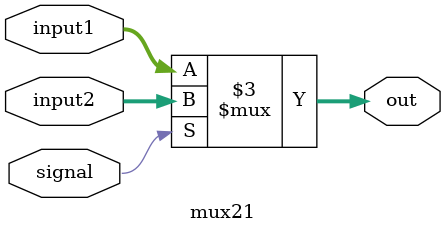
<source format=v>
module mux21 (input wire [31:0] input1, input wire [31:0] input2, input wire signal, output reg [31:0] out);
 
always@(*)begin
		if (signal) begin
			out[31:0] <= input2[31:0];
		end
		else begin
			out[31:0] <= input1[31:0];
		end
	end
 
endmodule
</source>
